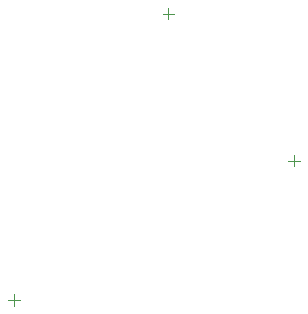
<source format=gbr>
G04*
G04 #@! TF.GenerationSoftware,Altium Limited,Altium Designer,23.0.1 (38)*
G04*
G04 Layer_Color=32768*
%FSLAX25Y25*%
%MOIN*%
G70*
G04*
G04 #@! TF.SameCoordinates,AE5763C0-F2EE-4BCA-89C6-8F578BEF2D51*
G04*
G04*
G04 #@! TF.FilePolarity,Positive*
G04*
G01*
G75*
%ADD50C,0.00394*%
D50*
X157000Y127532D02*
Y131468D01*
X155032Y129500D02*
X158968D01*
X105479Y32032D02*
Y35969D01*
X103511Y34000D02*
X107448D01*
X197031Y80500D02*
X200969D01*
X199000Y78531D02*
Y82468D01*
M02*

</source>
